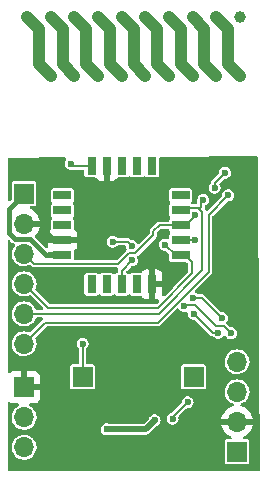
<source format=gbr>
%TF.GenerationSoftware,KiCad,Pcbnew,6.0.11-2627ca5db0~126~ubuntu22.04.1*%
%TF.CreationDate,2024-01-15T10:06:42+01:00*%
%TF.ProjectId,HB_Stamp_ATMega1284P_FUEL4EP,48425f53-7461-46d7-905f-41544d656761,1.1*%
%TF.SameCoordinates,Original*%
%TF.FileFunction,Copper,L2,Bot*%
%TF.FilePolarity,Positive*%
%FSLAX46Y46*%
G04 Gerber Fmt 4.6, Leading zero omitted, Abs format (unit mm)*
G04 Created by KiCad (PCBNEW 6.0.11-2627ca5db0~126~ubuntu22.04.1) date 2024-01-15 10:06:42*
%MOMM*%
%LPD*%
G01*
G04 APERTURE LIST*
%TA.AperFunction,EtchedComponent*%
%ADD10C,1.000000*%
%TD*%
%TA.AperFunction,ComponentPad*%
%ADD11R,1.700000X1.700000*%
%TD*%
%TA.AperFunction,ComponentPad*%
%ADD12O,1.700000X1.700000*%
%TD*%
%TA.AperFunction,ComponentPad*%
%ADD13C,1.000000*%
%TD*%
%TA.AperFunction,SMDPad,CuDef*%
%ADD14R,1.500000X0.800000*%
%TD*%
%TA.AperFunction,SMDPad,CuDef*%
%ADD15R,0.800000X1.500000*%
%TD*%
%TA.AperFunction,SMDPad,CuDef*%
%ADD16R,1.700000X1.700000*%
%TD*%
%TA.AperFunction,SMDPad,CuDef*%
%ADD17O,1.700000X1.700000*%
%TD*%
%TA.AperFunction,ViaPad*%
%ADD18C,0.600000*%
%TD*%
%TA.AperFunction,Conductor*%
%ADD19C,0.500000*%
%TD*%
%TA.AperFunction,Conductor*%
%ADD20C,0.200000*%
%TD*%
%TA.AperFunction,Conductor*%
%ADD21C,0.400000*%
%TD*%
G04 APERTURE END LIST*
D10*
%TO.C,AE1*%
X5049000Y37861500D02*
X5049000Y34861500D01*
X9049000Y37861500D02*
X9049000Y34861500D01*
X3049000Y34861500D02*
X4049000Y33861500D01*
X11049000Y34861500D02*
X12049000Y33861500D01*
X15049000Y37861500D02*
X15049000Y34861500D01*
X8049000Y38861500D02*
X9049000Y37861500D01*
X9049000Y34861500D02*
X10049000Y33861500D01*
X6049000Y38861500D02*
X7049000Y37861500D01*
X2049000Y38861500D02*
X3049000Y37861500D01*
X14049000Y38861500D02*
X15049000Y37861500D01*
X10049000Y38861500D02*
X11049000Y37861500D01*
X11049000Y37861500D02*
X11049000Y34861500D01*
X4049000Y38861500D02*
X5049000Y37861500D01*
X17049000Y37861500D02*
X17049000Y34861500D01*
X7049000Y37861500D02*
X7049000Y34861500D01*
X16049000Y38861500D02*
X17049000Y37861500D01*
X5049000Y34861500D02*
X6049000Y33861500D01*
X17049000Y34861500D02*
X18049000Y33861500D01*
X13049000Y34861500D02*
X14049000Y33861500D01*
X13049000Y37861500D02*
X13049000Y34861500D01*
X19049000Y37861500D02*
X19049000Y34861500D01*
X18049000Y38861500D02*
X19049000Y37861500D01*
X7049000Y34861500D02*
X8049000Y33861500D01*
X19049000Y34861500D02*
X20049000Y33861500D01*
X3049000Y37861500D02*
X3049000Y34861500D01*
X15049000Y34861500D02*
X16049000Y33861500D01*
X12049000Y38861500D02*
X13049000Y37861500D01*
%TD*%
D11*
%TO.P,J1,1,Pin_1*%
%TO.N,GND*%
X1778000Y7493000D03*
D12*
%TO.P,J1,2,Pin_2*%
%TO.N,VCC*%
X1778000Y4953000D03*
%TO.P,J1,3,Pin_3*%
%TO.N,/plusBAT*%
X1778000Y2413000D03*
%TD*%
D13*
%TO.P,AE1,*%
%TO.N,*%
X6049000Y38861500D03*
X18049000Y33861500D03*
X8049000Y38861500D03*
X16049000Y38861500D03*
X8049000Y33861500D03*
X12049000Y33861500D03*
X14049000Y33861500D03*
X20049000Y38861500D03*
X20049000Y33861500D03*
X10049000Y38861500D03*
X16049000Y33861500D03*
X4049000Y38861500D03*
X6049000Y33861500D03*
X2049000Y38861500D03*
X10049000Y33861500D03*
X4049000Y33861500D03*
X14049000Y38861500D03*
X18049000Y38861500D03*
X12049000Y38861500D03*
%TD*%
D11*
%TO.P,J7,1,Pin_1*%
%TO.N,Net-(J7-Pad1)*%
X6731000Y8382000D03*
%TD*%
%TO.P,J4,1,Pin_1*%
%TO.N,/VDDA*%
X19812000Y2032000D03*
D12*
%TO.P,J4,2,Pin_2*%
%TO.N,GND*%
X19812000Y4572000D03*
%TO.P,J4,3,Pin_3*%
%TO.N,/SCL*%
X19812000Y7112000D03*
%TO.P,J4,4,Pin_4*%
%TO.N,/SDA*%
X19812000Y9652000D03*
%TD*%
D11*
%TO.P,J5,1,Pin_1*%
%TO.N,Net-(J5-Pad1)*%
X16129000Y8382000D03*
%TD*%
D14*
%TO.P,Module1,1A,SCK*%
%TO.N,/SCK*%
X15033000Y18669000D03*
D15*
%TO.P,Module1,1B,ANT*%
%TO.N,/ANT*%
X7493000Y26209000D03*
D14*
%TO.P,Module1,1C,VCC*%
%TO.N,VCC*%
X5033000Y18669000D03*
D15*
%TO.P,Module1,1D,GD02*%
%TO.N,unconnected-(Module1-Pad1D)*%
X7493000Y16209000D03*
D14*
%TO.P,Module1,2A,~{CSN}*%
%TO.N,/SS*%
X15033000Y19939000D03*
D15*
%TO.P,Module1,2B,GND*%
%TO.N,GND*%
X8763000Y26209000D03*
D14*
%TO.P,Module1,2C,GND*%
X5033000Y19939000D03*
D15*
%TO.P,Module1,2D,NC*%
%TO.N,unconnected-(Module1-Pad2D)*%
X8763000Y16209000D03*
D14*
%TO.P,Module1,3A,MOSI*%
%TO.N,/MOSI*%
X15033000Y21209000D03*
D15*
%TO.P,Module1,3B,NC*%
%TO.N,unconnected-(Module1-Pad3B)*%
X10033000Y26209000D03*
D14*
%TO.P,Module1,3C,NC*%
%TO.N,unconnected-(Module1-Pad3C)*%
X5033000Y21209000D03*
D15*
%TO.P,Module1,3D,GD00*%
%TO.N,/D2*%
X10033000Y16209000D03*
D14*
%TO.P,Module1,4A,MISO/GD01*%
%TO.N,/MISO*%
X15033000Y22479000D03*
D15*
%TO.P,Module1,4B,NC*%
%TO.N,unconnected-(Module1-Pad4B)*%
X11303000Y26209000D03*
D14*
%TO.P,Module1,4C,NC*%
%TO.N,unconnected-(Module1-Pad4C)*%
X5033000Y22479000D03*
D15*
%TO.P,Module1,4D,NC*%
%TO.N,unconnected-(Module1-Pad4D)*%
X11303000Y16209000D03*
D14*
%TO.P,Module1,5A,NC*%
%TO.N,unconnected-(Module1-Pad5A)*%
X15033000Y23749000D03*
D15*
%TO.P,Module1,5B,NC*%
%TO.N,unconnected-(Module1-Pad5B)*%
X12573000Y26209000D03*
D14*
%TO.P,Module1,5C,NC*%
%TO.N,unconnected-(Module1-Pad5C)*%
X5033000Y23749000D03*
D15*
%TO.P,Module1,5D,GND*%
%TO.N,GND*%
X12573000Y16209000D03*
%TD*%
D16*
%TO.P,J3,1,Pin_1*%
%TO.N,VCC*%
X1778000Y23876000D03*
D17*
%TO.P,J3,2,Pin_2*%
%TO.N,GND*%
X1778000Y21336000D03*
%TO.P,J3,3,Pin_3*%
%TO.N,/MOSI*%
X1778000Y18796000D03*
%TO.P,J3,4,Pin_4*%
%TO.N,/SCK*%
X1778000Y16256000D03*
%TO.P,J3,5,Pin_5*%
%TO.N,/MISO*%
X1778000Y13716000D03*
%TO.P,J3,6,Pin_6*%
%TO.N,/RSETB*%
X1778000Y11176000D03*
%TD*%
D18*
%TO.N,GND*%
X18131000Y732000D03*
X11578977Y20171023D03*
X12943781Y10146292D03*
X3683000Y20701000D03*
X12700000Y8382000D03*
X12192000Y18796000D03*
X19431000Y19177000D03*
X2413000Y25527000D03*
X18034000Y3810000D03*
X6350000Y23622000D03*
X4445000Y16256000D03*
X12700000Y7239000D03*
X11049000Y22352000D03*
%TO.N,/SS*%
X16256000Y19939000D03*
%TO.N,/D2*%
X10922814Y18232000D03*
X10922000Y19431000D03*
X9271000Y19812000D03*
%TO.N,/SCL*%
X16044911Y15070089D03*
X18542000Y13335000D03*
%TO.N,/SDA*%
X15346411Y14371589D03*
X19304000Y12065000D03*
%TO.N,/MOSI*%
X16282502Y22098000D03*
%TO.N,/SCK*%
X13716000Y19558000D03*
%TO.N,/MISO*%
X16964502Y23368000D03*
%TO.N,VCC*%
X4064001Y18668999D03*
%TO.N,/plusBAT*%
X14351000Y4826000D03*
X15621000Y6223000D03*
X12828000Y4700000D03*
X8763000Y3937000D03*
%TO.N,/CONFIG*%
X18229662Y12100500D03*
X16129000Y13716000D03*
%TO.N,/RSETB*%
X19059500Y23758500D03*
%TO.N,Net-(J6-Pad1)*%
X18796000Y25654000D03*
X17907000Y24384000D03*
%TO.N,Net-(J7-Pad1)*%
X6731000Y11176000D03*
%TO.N,/ANT*%
X5715000Y26416000D03*
%TD*%
D19*
%TO.N,GND*%
X5033000Y19939000D02*
X4253000Y19939000D01*
X4253000Y19939000D02*
X3683000Y20509000D01*
X3683000Y20509000D02*
X3683000Y20701000D01*
D20*
%TO.N,/SS*%
X15033000Y19939000D02*
X16256000Y19939000D01*
%TO.N,/D2*%
X10541000Y19812000D02*
X10922000Y19431000D01*
X10033000Y16209000D02*
X10033000Y17342186D01*
X10033000Y17342186D02*
X10922814Y18232000D01*
X9271000Y19812000D02*
X10541000Y19812000D01*
%TO.N,/SCL*%
X18542000Y13335000D02*
X16806911Y15070089D01*
X16806911Y15070089D02*
X16044911Y15070089D01*
%TO.N,/SDA*%
X16263411Y14470589D02*
X15445411Y14470589D01*
X16263411Y14470589D02*
X18034000Y12700000D01*
X15445411Y14470589D02*
X15346411Y14371589D01*
X19304000Y12065000D02*
X18669000Y12700000D01*
X18669000Y12700000D02*
X18034000Y12700000D01*
%TO.N,/MOSI*%
X9732178Y17946000D02*
X10645678Y18859500D01*
X10673678Y18831500D02*
X11170322Y18831500D01*
X10645678Y18859500D02*
X10673678Y18831500D01*
X2628000Y17946000D02*
X9732178Y17946000D01*
X12735500Y20695322D02*
X12735500Y20396678D01*
X13249178Y21209000D02*
X15033000Y21209000D01*
X16256000Y22098000D02*
X16282502Y22098000D01*
X11170322Y18831500D02*
X12735500Y20396678D01*
X12735500Y20695322D02*
X13249178Y21209000D01*
X16256000Y21952000D02*
X16256000Y22098000D01*
X1778000Y18796000D02*
X2628000Y17946000D01*
X15513000Y21209000D02*
X16256000Y21952000D01*
%TO.N,/SCK*%
X3810000Y14224000D02*
X13081000Y14224000D01*
X13716000Y19558000D02*
X14605000Y18669000D01*
X13081000Y14224000D02*
X15983000Y17126000D01*
X1778000Y16256000D02*
X3810000Y14224000D01*
X15983000Y17126000D02*
X15983000Y18069000D01*
X15983000Y18069000D02*
X15383000Y18669000D01*
%TO.N,/MISO*%
X16882002Y22346322D02*
X16882002Y17390002D01*
X15251500Y22697500D02*
X16530824Y22697500D01*
X16764000Y23368000D02*
X16964502Y23368000D01*
X16764000Y22733000D02*
X16764000Y23368000D01*
X16530824Y22697500D02*
X16629662Y22598662D01*
X13208000Y13716000D02*
X1778000Y13716000D01*
X16629662Y22598662D02*
X16764000Y22733000D01*
X16629662Y22598662D02*
X16882002Y22346322D01*
X16882002Y17390002D02*
X13208000Y13716000D01*
D21*
%TO.N,VCC*%
X3672768Y18668999D02*
X4064001Y18668999D01*
X2275767Y20066000D02*
X3672768Y18668999D01*
X1016000Y20066000D02*
X2275767Y20066000D01*
D19*
X5033000Y18669000D02*
X4064001Y18668999D01*
D21*
X1016000Y20066000D02*
X528000Y20554000D01*
X528000Y20554000D02*
X528000Y22626000D01*
X528000Y22626000D02*
X1778000Y23876000D01*
D19*
%TO.N,/plusBAT*%
X8763000Y3937000D02*
X12065000Y3937000D01*
D20*
X14351000Y4953000D02*
X14351000Y4826000D01*
X15621000Y6223000D02*
X14351000Y4953000D01*
D19*
X12065000Y3937000D02*
X12828000Y4700000D01*
D20*
%TO.N,/CONFIG*%
X16129000Y13716000D02*
X17744500Y12100500D01*
X17744500Y12100500D02*
X18229662Y12100500D01*
%TO.N,/RSETB*%
X3556000Y12954000D02*
X13081000Y12954000D01*
X1778000Y11176000D02*
X3556000Y12954000D01*
X17399000Y22098000D02*
X19059500Y23758500D01*
X13081000Y12954000D02*
X17399000Y17272000D01*
X17399000Y17272000D02*
X17399000Y22098000D01*
%TO.N,Net-(J6-Pad1)*%
X18796000Y25654000D02*
X17907000Y24765000D01*
X17907000Y24765000D02*
X17907000Y24384000D01*
%TO.N,Net-(J7-Pad1)*%
X6731000Y11176000D02*
X6731000Y8382000D01*
%TO.N,/ANT*%
X5922000Y26209000D02*
X5715000Y26416000D01*
X7493000Y26209000D02*
X5922000Y26209000D01*
%TD*%
%TA.AperFunction,Conductor*%
%TO.N,GND*%
G36*
X21532087Y27030651D02*
G01*
X21578900Y26977275D01*
X21590601Y26924848D01*
X21670900Y10061965D01*
X21716397Y507600D01*
X21696719Y439385D01*
X21643285Y392637D01*
X21590398Y381000D01*
X507000Y381000D01*
X438879Y401002D01*
X392386Y454658D01*
X381000Y507000D01*
X381000Y2427738D01*
X722520Y2427738D01*
X739759Y2222447D01*
X796544Y2024414D01*
X799359Y2018937D01*
X799360Y2018934D01*
X820247Y1978293D01*
X890712Y1841182D01*
X1018677Y1679730D01*
X1175564Y1546209D01*
X1355398Y1445703D01*
X1450238Y1414887D01*
X1545471Y1383944D01*
X1545475Y1383943D01*
X1551329Y1382041D01*
X1755894Y1357649D01*
X1762029Y1358121D01*
X1762031Y1358121D01*
X1818039Y1362431D01*
X1961300Y1373454D01*
X1967230Y1375110D01*
X1967232Y1375110D01*
X2153797Y1427200D01*
X2153796Y1427200D01*
X2159725Y1428855D01*
X2165214Y1431628D01*
X2165220Y1431630D01*
X2338116Y1518967D01*
X2343610Y1521742D01*
X2505951Y1648576D01*
X2640564Y1804528D01*
X2661387Y1841182D01*
X2739276Y1978293D01*
X2742323Y1983656D01*
X2807351Y2179137D01*
X2833171Y2383526D01*
X2833583Y2413000D01*
X2813480Y2618030D01*
X2753935Y2815251D01*
X2657218Y2997151D01*
X2571296Y3102502D01*
X2530906Y3152025D01*
X2530903Y3152028D01*
X2527011Y3156800D01*
X2454833Y3216511D01*
X2373025Y3284189D01*
X2373021Y3284191D01*
X2368275Y3288118D01*
X2187055Y3386103D01*
X1990254Y3447023D01*
X1984129Y3447667D01*
X1984128Y3447667D01*
X1791498Y3467913D01*
X1791496Y3467913D01*
X1785369Y3468557D01*
X1698529Y3460654D01*
X1586342Y3450445D01*
X1586339Y3450444D01*
X1580203Y3449886D01*
X1382572Y3391720D01*
X1200002Y3296274D01*
X1195201Y3292414D01*
X1195198Y3292412D01*
X1100796Y3216511D01*
X1039447Y3167185D01*
X907024Y3009370D01*
X904056Y3003972D01*
X904053Y3003967D01*
X873319Y2948061D01*
X807776Y2828838D01*
X745484Y2632468D01*
X744798Y2626351D01*
X744797Y2626347D01*
X723207Y2433863D01*
X722520Y2427738D01*
X381000Y2427738D01*
X381000Y6166178D01*
X401002Y6234299D01*
X454658Y6280792D01*
X524932Y6290896D01*
X582565Y6267004D01*
X674351Y6198214D01*
X689946Y6189676D01*
X810394Y6144522D01*
X825649Y6140895D01*
X876514Y6135369D01*
X883328Y6135000D01*
X1258432Y6135000D01*
X1326553Y6114998D01*
X1373046Y6061342D01*
X1383150Y5991068D01*
X1353656Y5926488D01*
X1316812Y5897341D01*
X1200002Y5836274D01*
X1195201Y5832414D01*
X1195198Y5832412D01*
X1055259Y5719898D01*
X1039447Y5707185D01*
X907024Y5549370D01*
X904056Y5543972D01*
X904053Y5543967D01*
X897315Y5531710D01*
X807776Y5368838D01*
X745484Y5172468D01*
X744798Y5166351D01*
X744797Y5166347D01*
X724382Y4984341D01*
X722520Y4967738D01*
X723036Y4961594D01*
X735460Y4813646D01*
X739759Y4762447D01*
X796544Y4564414D01*
X799359Y4558937D01*
X799360Y4558934D01*
X875597Y4410593D01*
X890712Y4381182D01*
X1018677Y4219730D01*
X1175564Y4086209D01*
X1355398Y3985703D01*
X1450238Y3954887D01*
X1545471Y3923944D01*
X1545475Y3923943D01*
X1551329Y3922041D01*
X1755894Y3897649D01*
X1762029Y3898121D01*
X1762031Y3898121D01*
X1818039Y3902431D01*
X1961300Y3913454D01*
X1967230Y3915110D01*
X1967232Y3915110D01*
X2067756Y3943177D01*
X8257391Y3943177D01*
X8258555Y3934275D01*
X8258555Y3934272D01*
X8261339Y3912982D01*
X8275980Y3801021D01*
X8333720Y3669797D01*
X8339497Y3662924D01*
X8339498Y3662923D01*
X8382539Y3611719D01*
X8425970Y3560052D01*
X8433447Y3555075D01*
X8536465Y3486500D01*
X8545313Y3480610D01*
X8682157Y3437858D01*
X8691129Y3437694D01*
X8691132Y3437693D01*
X8756463Y3436496D01*
X8825499Y3435230D01*
X8834533Y3437693D01*
X8955155Y3470578D01*
X8955158Y3470579D01*
X8963817Y3472940D01*
X8969546Y3476458D01*
X9018042Y3486500D01*
X12030780Y3486500D01*
X12045589Y3485627D01*
X12079310Y3481636D01*
X12088574Y3483328D01*
X12088575Y3483328D01*
X12137001Y3492172D01*
X12140904Y3492822D01*
X12189645Y3500150D01*
X12189646Y3500150D01*
X12198962Y3501551D01*
X12205475Y3504679D01*
X12212573Y3505975D01*
X12264647Y3533025D01*
X12268137Y3534768D01*
X12321079Y3560191D01*
X12326365Y3565077D01*
X12326413Y3565110D01*
X12332788Y3568421D01*
X12337828Y3572725D01*
X12375055Y3609952D01*
X12378621Y3613382D01*
X12413641Y3645754D01*
X12420556Y3652146D01*
X12424249Y3658505D01*
X12429766Y3664663D01*
X12966968Y4201865D01*
X13012634Y4228363D01*
X13011919Y4230015D01*
X13020153Y4233578D01*
X13028817Y4235940D01*
X13036467Y4240637D01*
X13036469Y4240638D01*
X13079789Y4267237D01*
X13139719Y4304034D01*
X18480257Y4304034D01*
X18510565Y4169554D01*
X18513645Y4159725D01*
X18593770Y3962397D01*
X18598413Y3953206D01*
X18709694Y3771612D01*
X18715777Y3763301D01*
X18855213Y3602333D01*
X18862580Y3595117D01*
X19026434Y3459084D01*
X19034881Y3453169D01*
X19218756Y3345721D01*
X19228043Y3341271D01*
X19267484Y3326210D01*
X19323987Y3283222D01*
X19348280Y3216511D01*
X19332650Y3147257D01*
X19282059Y3097446D01*
X19222535Y3082500D01*
X18942252Y3082500D01*
X18936184Y3081293D01*
X18895939Y3073288D01*
X18895938Y3073288D01*
X18883769Y3070867D01*
X18817448Y3026552D01*
X18773133Y2960231D01*
X18761500Y2901748D01*
X18761500Y1162252D01*
X18773133Y1103769D01*
X18817448Y1037448D01*
X18883769Y993133D01*
X18895938Y990712D01*
X18895939Y990712D01*
X18936184Y982707D01*
X18942252Y981500D01*
X20681748Y981500D01*
X20687816Y982707D01*
X20728061Y990712D01*
X20728062Y990712D01*
X20740231Y993133D01*
X20806552Y1037448D01*
X20850867Y1103769D01*
X20862500Y1162252D01*
X20862500Y2901748D01*
X20850867Y2960231D01*
X20806552Y3026552D01*
X20740231Y3070867D01*
X20728062Y3073288D01*
X20728061Y3073288D01*
X20687816Y3081293D01*
X20681748Y3082500D01*
X20402107Y3082500D01*
X20333986Y3102502D01*
X20287493Y3156158D01*
X20277389Y3226432D01*
X20306883Y3291012D01*
X20346675Y3321651D01*
X20505090Y3399258D01*
X20513945Y3404536D01*
X20687328Y3528208D01*
X20695200Y3534861D01*
X20846052Y3685188D01*
X20852730Y3693035D01*
X20977003Y3865980D01*
X20982313Y3874817D01*
X21076670Y4065733D01*
X21080469Y4075328D01*
X21142377Y4279090D01*
X21144555Y4289163D01*
X21145986Y4300038D01*
X21143775Y4314222D01*
X21130617Y4318000D01*
X18495225Y4318000D01*
X18481694Y4314027D01*
X18480257Y4304034D01*
X13139719Y4304034D01*
X13150991Y4310955D01*
X13247200Y4417246D01*
X13309710Y4546267D01*
X13333496Y4687646D01*
X13333647Y4700000D01*
X13316676Y4818507D01*
X13314718Y4832177D01*
X13845391Y4832177D01*
X13846555Y4823275D01*
X13846555Y4823272D01*
X13847814Y4813646D01*
X13863980Y4690021D01*
X13921720Y4558797D01*
X13927497Y4551924D01*
X13927498Y4551923D01*
X13934792Y4543246D01*
X14013970Y4449052D01*
X14133313Y4369610D01*
X14270157Y4326858D01*
X14279129Y4326694D01*
X14279132Y4326693D01*
X14344463Y4325496D01*
X14413499Y4324230D01*
X14422533Y4326693D01*
X14543158Y4359579D01*
X14543160Y4359580D01*
X14551817Y4361940D01*
X14673991Y4436955D01*
X14770200Y4543246D01*
X14832710Y4672267D01*
X14856496Y4813646D01*
X14856647Y4826000D01*
X14854955Y4837817D01*
X18476389Y4837817D01*
X18477912Y4829393D01*
X18490292Y4826000D01*
X21130344Y4826000D01*
X21143875Y4829973D01*
X21145180Y4839053D01*
X21103214Y5006125D01*
X21099894Y5015876D01*
X21014972Y5211186D01*
X21010105Y5220261D01*
X20894426Y5399074D01*
X20888136Y5407243D01*
X20744806Y5564760D01*
X20737273Y5571785D01*
X20570139Y5703778D01*
X20561552Y5709483D01*
X20375117Y5812401D01*
X20365705Y5816631D01*
X20174031Y5884507D01*
X20116495Y5926101D01*
X20090579Y5992199D01*
X20104513Y6061815D01*
X20153872Y6112846D01*
X20182206Y6124638D01*
X20187790Y6126197D01*
X20187799Y6126200D01*
X20193725Y6127855D01*
X20199214Y6130628D01*
X20199220Y6130630D01*
X20372116Y6217967D01*
X20377610Y6220742D01*
X20386665Y6227816D01*
X20462770Y6287276D01*
X20539951Y6347576D01*
X20560030Y6370837D01*
X20670540Y6498866D01*
X20670540Y6498867D01*
X20674564Y6503528D01*
X20695387Y6540182D01*
X20728418Y6598328D01*
X20776323Y6682656D01*
X20841351Y6878137D01*
X20867171Y7082526D01*
X20867583Y7112000D01*
X20847480Y7317030D01*
X20787935Y7514251D01*
X20691218Y7696151D01*
X20617859Y7786098D01*
X20564906Y7851025D01*
X20564903Y7851028D01*
X20561011Y7855800D01*
X20543786Y7870050D01*
X20407025Y7983189D01*
X20407021Y7983191D01*
X20402275Y7987118D01*
X20221055Y8085103D01*
X20024254Y8146023D01*
X20018129Y8146667D01*
X20018128Y8146667D01*
X19825498Y8166913D01*
X19825496Y8166913D01*
X19819369Y8167557D01*
X19732529Y8159654D01*
X19620342Y8149445D01*
X19620339Y8149444D01*
X19614203Y8148886D01*
X19416572Y8090720D01*
X19234002Y7995274D01*
X19229201Y7991414D01*
X19229198Y7991412D01*
X19218971Y7983189D01*
X19073447Y7866185D01*
X18941024Y7708370D01*
X18938056Y7702972D01*
X18938053Y7702967D01*
X18931315Y7690710D01*
X18841776Y7527838D01*
X18779484Y7331468D01*
X18778798Y7325351D01*
X18778797Y7325347D01*
X18767080Y7220885D01*
X18756520Y7126738D01*
X18773759Y6921447D01*
X18830544Y6723414D01*
X18833359Y6717937D01*
X18833360Y6717934D01*
X18894829Y6598328D01*
X18924712Y6540182D01*
X19052677Y6378730D01*
X19057370Y6374736D01*
X19057371Y6374735D01*
X19059308Y6373087D01*
X19209564Y6245209D01*
X19214942Y6242203D01*
X19214944Y6242202D01*
X19299481Y6194956D01*
X19389398Y6144703D01*
X19454437Y6123571D01*
X19513042Y6083498D01*
X19540680Y6018102D01*
X19528574Y5948145D01*
X19480568Y5895838D01*
X19454646Y5883973D01*
X19288868Y5829788D01*
X19279359Y5825791D01*
X19090463Y5727458D01*
X19081738Y5721964D01*
X18911433Y5594095D01*
X18903726Y5587252D01*
X18756590Y5433283D01*
X18750104Y5425273D01*
X18630098Y5249351D01*
X18625000Y5240377D01*
X18535338Y5047217D01*
X18531775Y5037530D01*
X18476389Y4837817D01*
X14854955Y4837817D01*
X14839566Y4945270D01*
X14849708Y5015537D01*
X14875198Y5052227D01*
X15185937Y5362965D01*
X15508845Y5685873D01*
X15571157Y5719898D01*
X15600249Y5722756D01*
X15635688Y5722107D01*
X15683499Y5721230D01*
X15692163Y5723592D01*
X15813158Y5756579D01*
X15813160Y5756580D01*
X15821817Y5758940D01*
X15943991Y5833955D01*
X16040200Y5940246D01*
X16102710Y6069267D01*
X16126496Y6210646D01*
X16126572Y6216864D01*
X16126588Y6218141D01*
X16126588Y6218146D01*
X16126647Y6223000D01*
X16116924Y6290896D01*
X16107596Y6356032D01*
X16107595Y6356035D01*
X16106323Y6364918D01*
X16046984Y6495428D01*
X16021164Y6525394D01*
X15959260Y6597237D01*
X15959257Y6597240D01*
X15953400Y6604037D01*
X15833095Y6682015D01*
X15695739Y6723093D01*
X15686763Y6723148D01*
X15686762Y6723148D01*
X15626555Y6723516D01*
X15552376Y6723969D01*
X15414529Y6684572D01*
X15293280Y6608070D01*
X15198377Y6500612D01*
X15137447Y6370837D01*
X15128210Y6311510D01*
X15117419Y6242202D01*
X15115391Y6229177D01*
X15117179Y6215507D01*
X15117383Y6213948D01*
X15106384Y6143808D01*
X15081542Y6108513D01*
X14330134Y5357105D01*
X14275664Y5325051D01*
X14199930Y5303406D01*
X14144529Y5287572D01*
X14023280Y5211070D01*
X14017338Y5204342D01*
X14017337Y5204341D01*
X14012180Y5198502D01*
X13928377Y5103612D01*
X13867447Y4973837D01*
X13862999Y4945268D01*
X13846908Y4841918D01*
X13845391Y4832177D01*
X13314718Y4832177D01*
X13314596Y4833032D01*
X13314595Y4833035D01*
X13313323Y4841918D01*
X13305736Y4858606D01*
X13276218Y4923526D01*
X13253984Y4972428D01*
X13216547Y5015876D01*
X13166260Y5074237D01*
X13166257Y5074240D01*
X13160400Y5081037D01*
X13040095Y5159015D01*
X12902739Y5200093D01*
X12893763Y5200148D01*
X12893762Y5200148D01*
X12833555Y5200516D01*
X12759376Y5200969D01*
X12621529Y5161572D01*
X12500280Y5085070D01*
X12405377Y4977612D01*
X12395468Y4956506D01*
X12358872Y4878561D01*
X12333912Y4843015D01*
X11915302Y4424405D01*
X11852990Y4390379D01*
X11826207Y4387500D01*
X9018192Y4387500D01*
X8975364Y4396916D01*
X8975095Y4396015D01*
X8837739Y4437093D01*
X8828763Y4437148D01*
X8828762Y4437148D01*
X8768555Y4437516D01*
X8694376Y4437969D01*
X8556529Y4398572D01*
X8435280Y4322070D01*
X8429338Y4315342D01*
X8429337Y4315341D01*
X8421316Y4306259D01*
X8340377Y4214612D01*
X8279447Y4084837D01*
X8276473Y4065733D01*
X8263716Y3983799D01*
X8257391Y3943177D01*
X2067756Y3943177D01*
X2153797Y3967200D01*
X2153796Y3967200D01*
X2159725Y3968855D01*
X2165214Y3971628D01*
X2165220Y3971630D01*
X2338116Y4058967D01*
X2343610Y4061742D01*
X2348719Y4065733D01*
X2501101Y4184787D01*
X2505951Y4188576D01*
X2521411Y4206486D01*
X2636540Y4339866D01*
X2636540Y4339867D01*
X2640564Y4344528D01*
X2650456Y4361940D01*
X2681874Y4417246D01*
X2742323Y4523656D01*
X2807351Y4719137D01*
X2833171Y4923526D01*
X2833583Y4953000D01*
X2813480Y5158030D01*
X2753935Y5355251D01*
X2657218Y5537151D01*
X2535923Y5685873D01*
X2530906Y5692025D01*
X2530903Y5692028D01*
X2527011Y5696800D01*
X2509786Y5711050D01*
X2373025Y5824189D01*
X2373021Y5824191D01*
X2368275Y5828118D01*
X2264973Y5883973D01*
X2238726Y5898165D01*
X2188317Y5948160D01*
X2172940Y6017471D01*
X2197476Y6084093D01*
X2254136Y6126874D01*
X2298655Y6135001D01*
X2672669Y6135001D01*
X2679490Y6135371D01*
X2730352Y6140895D01*
X2745604Y6144521D01*
X2866054Y6189676D01*
X2881649Y6198214D01*
X2983724Y6274715D01*
X2996285Y6287276D01*
X3072786Y6389351D01*
X3081324Y6404946D01*
X3126478Y6525394D01*
X3130105Y6540649D01*
X3135631Y6591514D01*
X3136000Y6598328D01*
X3136000Y7220885D01*
X3131525Y7236124D01*
X3130135Y7237329D01*
X3122452Y7239000D01*
X1650000Y7239000D01*
X1581879Y7259002D01*
X1535386Y7312658D01*
X1524000Y7365000D01*
X1524000Y7512252D01*
X5680500Y7512252D01*
X5692133Y7453769D01*
X5736448Y7387448D01*
X5802769Y7343133D01*
X5814938Y7340712D01*
X5814939Y7340712D01*
X5831887Y7337341D01*
X5861252Y7331500D01*
X7600748Y7331500D01*
X7630113Y7337341D01*
X7647061Y7340712D01*
X7647062Y7340712D01*
X7659231Y7343133D01*
X7725552Y7387448D01*
X7769867Y7453769D01*
X7781500Y7512252D01*
X15078500Y7512252D01*
X15090133Y7453769D01*
X15134448Y7387448D01*
X15200769Y7343133D01*
X15212938Y7340712D01*
X15212939Y7340712D01*
X15229887Y7337341D01*
X15259252Y7331500D01*
X16998748Y7331500D01*
X17028113Y7337341D01*
X17045061Y7340712D01*
X17045062Y7340712D01*
X17057231Y7343133D01*
X17123552Y7387448D01*
X17167867Y7453769D01*
X17179500Y7512252D01*
X17179500Y9251748D01*
X17178270Y9257934D01*
X17170288Y9298061D01*
X17170288Y9298062D01*
X17167867Y9310231D01*
X17123552Y9376552D01*
X17057231Y9420867D01*
X17045062Y9423288D01*
X17045061Y9423288D01*
X17004816Y9431293D01*
X16998748Y9432500D01*
X15259252Y9432500D01*
X15253184Y9431293D01*
X15212939Y9423288D01*
X15212938Y9423288D01*
X15200769Y9420867D01*
X15134448Y9376552D01*
X15090133Y9310231D01*
X15087712Y9298062D01*
X15087712Y9298061D01*
X15079730Y9257934D01*
X15078500Y9251748D01*
X15078500Y7512252D01*
X7781500Y7512252D01*
X7781500Y9251748D01*
X7780270Y9257934D01*
X7772288Y9298061D01*
X7772288Y9298062D01*
X7769867Y9310231D01*
X7725552Y9376552D01*
X7659231Y9420867D01*
X7647062Y9423288D01*
X7647061Y9423288D01*
X7606816Y9431293D01*
X7600748Y9432500D01*
X7157500Y9432500D01*
X7089379Y9452502D01*
X7042886Y9506158D01*
X7031500Y9558500D01*
X7031500Y9666738D01*
X18756520Y9666738D01*
X18773759Y9461447D01*
X18830544Y9263414D01*
X18833359Y9257937D01*
X18833360Y9257934D01*
X18854247Y9217293D01*
X18924712Y9080182D01*
X19052677Y8918730D01*
X19057370Y8914736D01*
X19057371Y8914735D01*
X19148179Y8837452D01*
X19209564Y8785209D01*
X19389398Y8684703D01*
X19484238Y8653887D01*
X19579471Y8622944D01*
X19579475Y8622943D01*
X19585329Y8621041D01*
X19789894Y8596649D01*
X19796029Y8597121D01*
X19796031Y8597121D01*
X19852039Y8601431D01*
X19995300Y8612454D01*
X20001230Y8614110D01*
X20001232Y8614110D01*
X20187797Y8666200D01*
X20187796Y8666200D01*
X20193725Y8667855D01*
X20199214Y8670628D01*
X20199220Y8670630D01*
X20372116Y8757967D01*
X20377610Y8760742D01*
X20539951Y8887576D01*
X20674564Y9043528D01*
X20695387Y9080182D01*
X20773276Y9217293D01*
X20776323Y9222656D01*
X20841351Y9418137D01*
X20867171Y9622526D01*
X20867583Y9652000D01*
X20847480Y9857030D01*
X20787935Y10054251D01*
X20691218Y10236151D01*
X20617859Y10326098D01*
X20564906Y10391025D01*
X20564903Y10391028D01*
X20561011Y10395800D01*
X20548458Y10406185D01*
X20407025Y10523189D01*
X20407021Y10523191D01*
X20402275Y10527118D01*
X20221055Y10625103D01*
X20024254Y10686023D01*
X20018129Y10686667D01*
X20018128Y10686667D01*
X19825498Y10706913D01*
X19825496Y10706913D01*
X19819369Y10707557D01*
X19732529Y10699654D01*
X19620342Y10689445D01*
X19620339Y10689444D01*
X19614203Y10688886D01*
X19416572Y10630720D01*
X19234002Y10535274D01*
X19229201Y10531414D01*
X19229198Y10531412D01*
X19118900Y10442730D01*
X19073447Y10406185D01*
X18941024Y10248370D01*
X18938056Y10242972D01*
X18938053Y10242967D01*
X18883818Y10144312D01*
X18841776Y10067838D01*
X18779484Y9871468D01*
X18778798Y9865351D01*
X18778797Y9865347D01*
X18757207Y9672863D01*
X18756520Y9666738D01*
X7031500Y9666738D01*
X7031500Y10713551D01*
X7051502Y10781672D01*
X7064085Y10798106D01*
X7144176Y10886589D01*
X7144181Y10886596D01*
X7150200Y10893246D01*
X7212710Y11022267D01*
X7236496Y11163646D01*
X7236647Y11176000D01*
X7216323Y11317918D01*
X7156984Y11448428D01*
X7138598Y11469766D01*
X7069260Y11550237D01*
X7069257Y11550240D01*
X7063400Y11557037D01*
X6943095Y11635015D01*
X6805739Y11676093D01*
X6796763Y11676148D01*
X6796762Y11676148D01*
X6736555Y11676516D01*
X6662376Y11676969D01*
X6524529Y11637572D01*
X6403280Y11561070D01*
X6308377Y11453612D01*
X6247447Y11323837D01*
X6246066Y11314965D01*
X6227678Y11196863D01*
X6225391Y11182177D01*
X6226555Y11173275D01*
X6226555Y11173272D01*
X6227814Y11163646D01*
X6243980Y11040021D01*
X6301720Y10908797D01*
X6307497Y10901924D01*
X6307498Y10901923D01*
X6314792Y10893246D01*
X6388689Y10805335D01*
X6393970Y10799052D01*
X6393063Y10798290D01*
X6425934Y10745347D01*
X6430500Y10711735D01*
X6430500Y9558500D01*
X6410498Y9490379D01*
X6356842Y9443886D01*
X6304500Y9432500D01*
X5861252Y9432500D01*
X5855184Y9431293D01*
X5814939Y9423288D01*
X5814938Y9423288D01*
X5802769Y9420867D01*
X5736448Y9376552D01*
X5692133Y9310231D01*
X5689712Y9298062D01*
X5689712Y9298061D01*
X5681730Y9257934D01*
X5680500Y9251748D01*
X5680500Y7512252D01*
X1524000Y7512252D01*
X1524000Y7765115D01*
X2032000Y7765115D01*
X2036475Y7749876D01*
X2037865Y7748671D01*
X2045548Y7747000D01*
X3117884Y7747000D01*
X3133123Y7751475D01*
X3134328Y7752865D01*
X3135999Y7760548D01*
X3135999Y8387669D01*
X3135629Y8394490D01*
X3130105Y8445352D01*
X3126479Y8460604D01*
X3081324Y8581054D01*
X3072786Y8596649D01*
X2996285Y8698724D01*
X2983724Y8711285D01*
X2881649Y8787786D01*
X2866054Y8796324D01*
X2745606Y8841478D01*
X2730351Y8845105D01*
X2679486Y8850631D01*
X2672672Y8851000D01*
X2050115Y8851000D01*
X2034876Y8846525D01*
X2033671Y8845135D01*
X2032000Y8837452D01*
X2032000Y7765115D01*
X1524000Y7765115D01*
X1524000Y8832884D01*
X1519525Y8848123D01*
X1518135Y8849328D01*
X1510452Y8850999D01*
X883331Y8850999D01*
X876510Y8850629D01*
X825648Y8845105D01*
X810396Y8841479D01*
X689946Y8796324D01*
X674351Y8787786D01*
X582565Y8718996D01*
X516058Y8694148D01*
X446676Y8709201D01*
X396446Y8759375D01*
X381000Y8819822D01*
X381000Y19830417D01*
X401002Y19898538D01*
X454658Y19945031D01*
X524932Y19955135D01*
X589512Y19925641D01*
X596095Y19919512D01*
X770644Y19744963D01*
X770648Y19744960D01*
X777658Y19737950D01*
X786494Y19733448D01*
X786495Y19733447D01*
X797259Y19727962D01*
X814116Y19717632D01*
X831910Y19704704D01*
X852832Y19697906D01*
X871093Y19690342D01*
X881861Y19684855D01*
X881865Y19684854D01*
X890696Y19680354D01*
X900487Y19678803D01*
X909921Y19675738D01*
X909344Y19673961D01*
X962604Y19648710D01*
X1000128Y19588440D01*
X999111Y19517450D01*
X975260Y19473690D01*
X907024Y19392370D01*
X904056Y19386972D01*
X904053Y19386967D01*
X813904Y19222984D01*
X807776Y19211838D01*
X745484Y19015468D01*
X744798Y19009351D01*
X744797Y19009347D01*
X723207Y18816863D01*
X722520Y18810738D01*
X739759Y18605447D01*
X741458Y18599522D01*
X771868Y18493471D01*
X796544Y18407414D01*
X799359Y18401937D01*
X799360Y18401934D01*
X887897Y18229659D01*
X890712Y18224182D01*
X1018677Y18062730D01*
X1023370Y18058736D01*
X1023371Y18058735D01*
X1152021Y17949246D01*
X1175564Y17929209D01*
X1180942Y17926203D01*
X1180944Y17926202D01*
X1241535Y17892339D01*
X1355398Y17828703D01*
X1450238Y17797887D01*
X1545471Y17766944D01*
X1545475Y17766943D01*
X1551329Y17765041D01*
X1755894Y17740649D01*
X1762029Y17741121D01*
X1762031Y17741121D01*
X1818039Y17745431D01*
X1961300Y17756454D01*
X1967230Y17758110D01*
X1967232Y17758110D01*
X2142028Y17806914D01*
X2159725Y17811855D01*
X2196211Y17830285D01*
X2266031Y17843145D01*
X2331722Y17816216D01*
X2342115Y17806914D01*
X2378481Y17770548D01*
X2380237Y17768514D01*
X2382575Y17763731D01*
X2391104Y17755819D01*
X2391105Y17755818D01*
X2418477Y17730427D01*
X2421882Y17727147D01*
X2435277Y17713752D01*
X2439247Y17711028D01*
X2441895Y17708703D01*
X2449428Y17701715D01*
X2464646Y17687599D01*
X2475453Y17683287D01*
X2479438Y17680768D01*
X2490247Y17674996D01*
X2494552Y17673089D01*
X2504146Y17666507D01*
X2528099Y17660823D01*
X2528136Y17660814D01*
X2545732Y17655249D01*
X2568622Y17646117D01*
X2574915Y17645500D01*
X2577997Y17645500D01*
X2581067Y17645350D01*
X2581056Y17645134D01*
X2592431Y17643802D01*
X2601745Y17643347D01*
X2613066Y17640660D01*
X2624595Y17642229D01*
X2624596Y17642229D01*
X2640173Y17644349D01*
X2657164Y17645500D01*
X9641711Y17645500D01*
X9709832Y17625498D01*
X9756325Y17571842D01*
X9766429Y17501568D01*
X9758166Y17472830D01*
X9753508Y17466040D01*
X9750822Y17454721D01*
X9750821Y17454719D01*
X9747817Y17442059D01*
X9742252Y17424462D01*
X9736412Y17409824D01*
X9733117Y17401564D01*
X9732500Y17395271D01*
X9732500Y17392192D01*
X9732350Y17389119D01*
X9732134Y17389130D01*
X9730802Y17377755D01*
X9730346Y17368440D01*
X9727660Y17357120D01*
X9729229Y17345591D01*
X9729229Y17345590D01*
X9731349Y17330013D01*
X9732500Y17313022D01*
X9732500Y17284835D01*
X9712498Y17216714D01*
X9658842Y17170221D01*
X9619065Y17159500D01*
X9613252Y17159500D01*
X9607184Y17158293D01*
X9566939Y17150288D01*
X9566938Y17150288D01*
X9554769Y17147867D01*
X9488448Y17103552D01*
X9484202Y17097197D01*
X9424783Y17064751D01*
X9353968Y17069816D01*
X9312126Y17096707D01*
X9307552Y17103552D01*
X9241231Y17147867D01*
X9229062Y17150288D01*
X9229061Y17150288D01*
X9188816Y17158293D01*
X9182748Y17159500D01*
X8343252Y17159500D01*
X8337184Y17158293D01*
X8296939Y17150288D01*
X8296938Y17150288D01*
X8284769Y17147867D01*
X8218448Y17103552D01*
X8214202Y17097197D01*
X8154783Y17064751D01*
X8083968Y17069816D01*
X8042126Y17096707D01*
X8037552Y17103552D01*
X7971231Y17147867D01*
X7959062Y17150288D01*
X7959061Y17150288D01*
X7918816Y17158293D01*
X7912748Y17159500D01*
X7073252Y17159500D01*
X7067184Y17158293D01*
X7026939Y17150288D01*
X7026938Y17150288D01*
X7014769Y17147867D01*
X6948448Y17103552D01*
X6904133Y17037231D01*
X6901712Y17025062D01*
X6901712Y17025061D01*
X6895738Y16995025D01*
X6892500Y16978748D01*
X6892500Y15439252D01*
X6904133Y15380769D01*
X6948448Y15314448D01*
X7014769Y15270133D01*
X7026938Y15267712D01*
X7026939Y15267712D01*
X7067184Y15259707D01*
X7073252Y15258500D01*
X7912748Y15258500D01*
X7918816Y15259707D01*
X7959061Y15267712D01*
X7959062Y15267712D01*
X7971231Y15270133D01*
X8037552Y15314448D01*
X8041798Y15320803D01*
X8101217Y15353249D01*
X8172032Y15348184D01*
X8213874Y15321293D01*
X8218448Y15314448D01*
X8284769Y15270133D01*
X8296938Y15267712D01*
X8296939Y15267712D01*
X8337184Y15259707D01*
X8343252Y15258500D01*
X9182748Y15258500D01*
X9188816Y15259707D01*
X9229061Y15267712D01*
X9229062Y15267712D01*
X9241231Y15270133D01*
X9307552Y15314448D01*
X9311798Y15320803D01*
X9371217Y15353249D01*
X9442032Y15348184D01*
X9483874Y15321293D01*
X9488448Y15314448D01*
X9554769Y15270133D01*
X9566938Y15267712D01*
X9566939Y15267712D01*
X9607184Y15259707D01*
X9613252Y15258500D01*
X10452748Y15258500D01*
X10458816Y15259707D01*
X10499061Y15267712D01*
X10499062Y15267712D01*
X10511231Y15270133D01*
X10577552Y15314448D01*
X10581798Y15320803D01*
X10641217Y15353249D01*
X10712032Y15348184D01*
X10753874Y15321293D01*
X10758448Y15314448D01*
X10824769Y15270133D01*
X10836938Y15267712D01*
X10836939Y15267712D01*
X10877184Y15259707D01*
X10883252Y15258500D01*
X11625354Y15258500D01*
X11693475Y15238498D01*
X11726180Y15208065D01*
X11804715Y15103276D01*
X11817276Y15090715D01*
X11919351Y15014214D01*
X11934946Y15005676D01*
X12055394Y14960522D01*
X12070649Y14956895D01*
X12121514Y14951369D01*
X12128328Y14951000D01*
X12300885Y14951000D01*
X12316124Y14955475D01*
X12317329Y14956865D01*
X12319000Y14964548D01*
X12319000Y16481115D01*
X12827000Y16481115D01*
X12831475Y16465876D01*
X12832865Y16464671D01*
X12840548Y16463000D01*
X13462884Y16463000D01*
X13478123Y16467475D01*
X13479328Y16468865D01*
X13480999Y16476548D01*
X13480999Y17003669D01*
X13480629Y17010490D01*
X13475105Y17061352D01*
X13471479Y17076604D01*
X13426324Y17197054D01*
X13417786Y17212649D01*
X13341285Y17314724D01*
X13328724Y17327285D01*
X13226649Y17403786D01*
X13211054Y17412324D01*
X13090606Y17457478D01*
X13075351Y17461105D01*
X13024486Y17466631D01*
X13017672Y17467000D01*
X12845115Y17467000D01*
X12829876Y17462525D01*
X12828671Y17461135D01*
X12827000Y17453452D01*
X12827000Y16481115D01*
X12319000Y16481115D01*
X12319000Y17448884D01*
X12314525Y17464123D01*
X12313135Y17465328D01*
X12305452Y17466999D01*
X12128331Y17466999D01*
X12121510Y17466629D01*
X12070648Y17461105D01*
X12055396Y17457479D01*
X11934946Y17412324D01*
X11919351Y17403786D01*
X11817276Y17327285D01*
X11804715Y17314724D01*
X11726180Y17209935D01*
X11669321Y17167420D01*
X11625354Y17159500D01*
X10883252Y17159500D01*
X10877184Y17158293D01*
X10836939Y17150288D01*
X10836938Y17150288D01*
X10824769Y17147867D01*
X10758448Y17103552D01*
X10754202Y17097197D01*
X10694783Y17064751D01*
X10623968Y17069816D01*
X10582126Y17096707D01*
X10577552Y17103552D01*
X10511231Y17147867D01*
X10505171Y17149072D01*
X10453250Y17190913D01*
X10430829Y17258277D01*
X10448387Y17327068D01*
X10467654Y17351869D01*
X10810657Y17694872D01*
X10872969Y17728898D01*
X10902061Y17731756D01*
X10939525Y17731070D01*
X10985313Y17730230D01*
X10993977Y17732592D01*
X11114972Y17765579D01*
X11114974Y17765580D01*
X11123631Y17767940D01*
X11245805Y17842955D01*
X11342014Y17949246D01*
X11395061Y18058735D01*
X11400609Y18070186D01*
X11400609Y18070187D01*
X11404524Y18078267D01*
X11428310Y18219646D01*
X11428461Y18232000D01*
X11415836Y18320158D01*
X11409410Y18365032D01*
X11409409Y18365035D01*
X11408137Y18373918D01*
X11361377Y18476762D01*
X11351391Y18547051D01*
X11375781Y18605178D01*
X11392230Y18626810D01*
X11403432Y18639639D01*
X12910952Y20147159D01*
X12912986Y20148915D01*
X12917769Y20151253D01*
X12951073Y20187155D01*
X12954353Y20190560D01*
X12967748Y20203955D01*
X12970472Y20207925D01*
X12972797Y20210573D01*
X12985992Y20224797D01*
X12985994Y20224800D01*
X12993901Y20233324D01*
X12998211Y20244128D01*
X13000733Y20248117D01*
X13006494Y20258905D01*
X13008411Y20263230D01*
X13014992Y20272824D01*
X13019802Y20293091D01*
X13020683Y20296805D01*
X13026248Y20314402D01*
X13032088Y20329040D01*
X13032089Y20329043D01*
X13035383Y20337300D01*
X13036000Y20343593D01*
X13036000Y20346672D01*
X13036150Y20349745D01*
X13036366Y20349734D01*
X13037698Y20361109D01*
X13038154Y20370424D01*
X13040840Y20381744D01*
X13037151Y20408851D01*
X13036000Y20425842D01*
X13036000Y20518660D01*
X13056002Y20586781D01*
X13072905Y20607756D01*
X13336746Y20871596D01*
X13399058Y20905621D01*
X13425841Y20908500D01*
X13957165Y20908500D01*
X14025286Y20888498D01*
X14071779Y20834842D01*
X14082500Y20795065D01*
X14082500Y20789252D01*
X14083707Y20783184D01*
X14090625Y20748407D01*
X14094133Y20730769D01*
X14138448Y20664448D01*
X14144803Y20660202D01*
X14177249Y20600783D01*
X14172184Y20529968D01*
X14145293Y20488126D01*
X14138448Y20483552D01*
X14094133Y20417231D01*
X14091712Y20405062D01*
X14091712Y20405061D01*
X14088814Y20390490D01*
X14082500Y20358748D01*
X14082500Y20140034D01*
X14062498Y20071913D01*
X14008842Y20025420D01*
X13938568Y20015316D01*
X13920398Y20019317D01*
X13870409Y20034267D01*
X13790739Y20058093D01*
X13781763Y20058148D01*
X13781762Y20058148D01*
X13721555Y20058516D01*
X13647376Y20058969D01*
X13509529Y20019572D01*
X13388280Y19943070D01*
X13382338Y19936342D01*
X13382337Y19936341D01*
X13377751Y19931148D01*
X13293377Y19835612D01*
X13232447Y19705837D01*
X13226525Y19667801D01*
X13214169Y19588440D01*
X13210391Y19564177D01*
X13211555Y19555275D01*
X13211555Y19555272D01*
X13216501Y19517450D01*
X13228980Y19422021D01*
X13232597Y19413801D01*
X13280944Y19303925D01*
X13286720Y19290797D01*
X13292497Y19283924D01*
X13292498Y19283923D01*
X13360320Y19203239D01*
X13378970Y19181052D01*
X13386447Y19176075D01*
X13455921Y19129829D01*
X13498313Y19101610D01*
X13635157Y19058858D01*
X13644129Y19058694D01*
X13644132Y19058693D01*
X13723491Y19057239D01*
X13742233Y19056895D01*
X13809975Y19035648D01*
X13829018Y19020011D01*
X14045595Y18803434D01*
X14079621Y18741122D01*
X14082500Y18714339D01*
X14082500Y18249252D01*
X14083707Y18243184D01*
X14090723Y18207914D01*
X14094133Y18190769D01*
X14101026Y18180453D01*
X14112545Y18163214D01*
X14138448Y18124448D01*
X14204769Y18080133D01*
X14216938Y18077712D01*
X14216939Y18077712D01*
X14254776Y18070186D01*
X14263252Y18068500D01*
X15506339Y18068500D01*
X15574460Y18048498D01*
X15595434Y18031595D01*
X15645595Y17981434D01*
X15679621Y17919122D01*
X15682500Y17892339D01*
X15682500Y17302662D01*
X15662498Y17234541D01*
X15645595Y17213567D01*
X14368914Y15936885D01*
X13689889Y15257860D01*
X13627577Y15223835D01*
X13556762Y15228899D01*
X13499926Y15271446D01*
X13475115Y15337966D01*
X13475531Y15360562D01*
X13480631Y15407512D01*
X13481000Y15414328D01*
X13481000Y15936885D01*
X13476525Y15952124D01*
X13475135Y15953329D01*
X13467452Y15955000D01*
X12845115Y15955000D01*
X12829876Y15950525D01*
X12828671Y15949135D01*
X12827000Y15941452D01*
X12827000Y14969116D01*
X12831475Y14953877D01*
X12832865Y14952672D01*
X12840548Y14951001D01*
X13017669Y14951001D01*
X13024490Y14951371D01*
X13071441Y14956470D01*
X13141323Y14943941D01*
X13193338Y14895619D01*
X13210971Y14826847D01*
X13188623Y14759459D01*
X13174141Y14742112D01*
X12993434Y14561405D01*
X12931122Y14527379D01*
X12904339Y14524500D01*
X3986661Y14524500D01*
X3918540Y14544502D01*
X3897566Y14561405D01*
X2769211Y15689760D01*
X2735185Y15752072D01*
X2740250Y15822887D01*
X2740425Y15823314D01*
X2742323Y15826656D01*
X2754059Y15861934D01*
X2784061Y15952124D01*
X2807351Y16022137D01*
X2833171Y16226526D01*
X2833583Y16256000D01*
X2813480Y16461030D01*
X2753935Y16658251D01*
X2657218Y16840151D01*
X2539232Y16984816D01*
X2530906Y16995025D01*
X2530903Y16995028D01*
X2527011Y16999800D01*
X2509786Y17014050D01*
X2373025Y17127189D01*
X2373021Y17127191D01*
X2368275Y17131118D01*
X2194540Y17225056D01*
X2192474Y17226173D01*
X2187055Y17229103D01*
X1990254Y17290023D01*
X1984129Y17290667D01*
X1984128Y17290667D01*
X1791498Y17310913D01*
X1791496Y17310913D01*
X1785369Y17311557D01*
X1698529Y17303654D01*
X1586342Y17293445D01*
X1586339Y17293444D01*
X1580203Y17292886D01*
X1382572Y17234720D01*
X1200002Y17139274D01*
X1195201Y17135414D01*
X1195198Y17135412D01*
X1059832Y17026575D01*
X1039447Y17010185D01*
X907024Y16852370D01*
X904056Y16846972D01*
X904053Y16846967D01*
X897315Y16834710D01*
X807776Y16671838D01*
X745484Y16475468D01*
X744798Y16469351D01*
X744797Y16469347D01*
X723207Y16276863D01*
X722520Y16270738D01*
X739759Y16065447D01*
X741458Y16059522D01*
X776624Y15936885D01*
X796544Y15867414D01*
X799359Y15861937D01*
X799360Y15861934D01*
X853545Y15756501D01*
X890712Y15684182D01*
X1018677Y15522730D01*
X1023370Y15518736D01*
X1023371Y15518735D01*
X1116764Y15439252D01*
X1175564Y15389209D01*
X1180942Y15386203D01*
X1180944Y15386202D01*
X1226822Y15360562D01*
X1355398Y15288703D01*
X1444638Y15259707D01*
X1545471Y15226944D01*
X1545475Y15226943D01*
X1551329Y15225041D01*
X1755894Y15200649D01*
X1762029Y15201121D01*
X1762031Y15201121D01*
X1818039Y15205431D01*
X1961300Y15216454D01*
X1967230Y15218110D01*
X1967232Y15218110D01*
X2109600Y15257860D01*
X2159725Y15271855D01*
X2196211Y15290285D01*
X2266031Y15303145D01*
X2331722Y15276216D01*
X2342115Y15266914D01*
X3377434Y14231595D01*
X3411460Y14169283D01*
X3406395Y14098468D01*
X3363848Y14041632D01*
X3297328Y14016821D01*
X3288339Y14016500D01*
X2878231Y14016500D01*
X2810110Y14036502D01*
X2763617Y14090158D01*
X2757608Y14106085D01*
X2755715Y14112355D01*
X2753935Y14118251D01*
X2657218Y14300151D01*
X2583859Y14390098D01*
X2530906Y14455025D01*
X2530903Y14455028D01*
X2527011Y14459800D01*
X2509786Y14474050D01*
X2373025Y14587189D01*
X2373021Y14587191D01*
X2368275Y14591118D01*
X2187055Y14689103D01*
X1990254Y14750023D01*
X1984129Y14750667D01*
X1984128Y14750667D01*
X1791498Y14770913D01*
X1791496Y14770913D01*
X1785369Y14771557D01*
X1698529Y14763654D01*
X1586342Y14753445D01*
X1586339Y14753444D01*
X1580203Y14752886D01*
X1382572Y14694720D01*
X1200002Y14599274D01*
X1195201Y14595414D01*
X1195198Y14595412D01*
X1044254Y14474050D01*
X1039447Y14470185D01*
X907024Y14312370D01*
X904056Y14306972D01*
X904053Y14306967D01*
X828361Y14169283D01*
X807776Y14131838D01*
X745484Y13935468D01*
X744798Y13929351D01*
X744797Y13929347D01*
X728073Y13780241D01*
X722520Y13730738D01*
X739759Y13525447D01*
X741458Y13519522D01*
X794369Y13335000D01*
X796544Y13327414D01*
X799359Y13321937D01*
X799360Y13321934D01*
X883254Y13158693D01*
X890712Y13144182D01*
X1018677Y12982730D01*
X1023370Y12978736D01*
X1023371Y12978735D01*
X1136719Y12882269D01*
X1175564Y12849209D01*
X1355398Y12748703D01*
X1450238Y12717887D01*
X1545471Y12686944D01*
X1545475Y12686943D01*
X1551329Y12685041D01*
X1755894Y12660649D01*
X1762029Y12661121D01*
X1762031Y12661121D01*
X1818039Y12665431D01*
X1961300Y12676454D01*
X1967230Y12678110D01*
X1967232Y12678110D01*
X2104844Y12716532D01*
X2159725Y12731855D01*
X2165214Y12734628D01*
X2165220Y12734630D01*
X2338116Y12821967D01*
X2343610Y12824742D01*
X2505951Y12951576D01*
X2587105Y13045594D01*
X2636540Y13102866D01*
X2636540Y13102867D01*
X2640564Y13107528D01*
X2661387Y13144182D01*
X2697065Y13206988D01*
X2742323Y13286656D01*
X2754295Y13322646D01*
X2756500Y13329273D01*
X2796982Y13387597D01*
X2862571Y13414776D01*
X2876058Y13415500D01*
X3287411Y13415500D01*
X3355532Y13395498D01*
X3402025Y13341842D01*
X3412129Y13271568D01*
X3382635Y13206988D01*
X3368581Y13195040D01*
X3369173Y13194387D01*
X3360555Y13186572D01*
X3350652Y13180468D01*
X3343611Y13171208D01*
X3334094Y13158693D01*
X3322893Y13145865D01*
X2827650Y12650621D01*
X2343734Y12166705D01*
X2281422Y12132680D01*
X2210607Y12137744D01*
X2194717Y12144961D01*
X2192480Y12146170D01*
X2192478Y12146171D01*
X2187055Y12149103D01*
X1990254Y12210023D01*
X1984129Y12210667D01*
X1984128Y12210667D01*
X1791498Y12230913D01*
X1791496Y12230913D01*
X1785369Y12231557D01*
X1698529Y12223654D01*
X1586342Y12213445D01*
X1586339Y12213444D01*
X1580203Y12212886D01*
X1382572Y12154720D01*
X1200002Y12059274D01*
X1195201Y12055414D01*
X1195198Y12055412D01*
X1060071Y11946767D01*
X1039447Y11930185D01*
X907024Y11772370D01*
X904056Y11766972D01*
X904053Y11766967D01*
X816996Y11608610D01*
X807776Y11591838D01*
X745484Y11395468D01*
X744798Y11389351D01*
X744797Y11389347D01*
X723207Y11196863D01*
X722520Y11190738D01*
X723036Y11184594D01*
X737346Y11014186D01*
X739759Y10985447D01*
X741458Y10979522D01*
X791237Y10805923D01*
X796544Y10787414D01*
X799359Y10781937D01*
X799360Y10781934D01*
X879024Y10626925D01*
X890712Y10604182D01*
X1018677Y10442730D01*
X1175564Y10309209D01*
X1355398Y10208703D01*
X1450238Y10177887D01*
X1545471Y10146944D01*
X1545475Y10146943D01*
X1551329Y10145041D01*
X1755894Y10120649D01*
X1762029Y10121121D01*
X1762031Y10121121D01*
X1818039Y10125431D01*
X1961300Y10136454D01*
X1967230Y10138110D01*
X1967232Y10138110D01*
X2153797Y10190200D01*
X2153796Y10190200D01*
X2159725Y10191855D01*
X2165214Y10194628D01*
X2165220Y10194630D01*
X2338116Y10281967D01*
X2343610Y10284742D01*
X2505951Y10411576D01*
X2615190Y10538131D01*
X2636540Y10562866D01*
X2636540Y10562867D01*
X2640564Y10567528D01*
X2661387Y10604182D01*
X2679056Y10635286D01*
X2742323Y10746656D01*
X2807351Y10942137D01*
X2833171Y11146526D01*
X2833583Y11176000D01*
X2813480Y11381030D01*
X2753935Y11578251D01*
X2751044Y11583689D01*
X2751042Y11583693D01*
X2746083Y11593019D01*
X2731763Y11662556D01*
X2757310Y11728797D01*
X2768239Y11741268D01*
X3643566Y12616595D01*
X3705878Y12650621D01*
X3732661Y12653500D01*
X13028634Y12653500D01*
X13031307Y12653304D01*
X13036342Y12651575D01*
X13047964Y12652011D01*
X13047966Y12652011D01*
X13085255Y12653411D01*
X13089981Y12653500D01*
X13108948Y12653500D01*
X13113683Y12654382D01*
X13117209Y12654610D01*
X13120949Y12654751D01*
X13148208Y12655774D01*
X13158893Y12660364D01*
X13163493Y12661401D01*
X13175214Y12664962D01*
X13179617Y12666661D01*
X13191053Y12668791D01*
X13212041Y12681728D01*
X13228411Y12690231D01*
X13242888Y12696451D01*
X13242892Y12696453D01*
X13251063Y12699964D01*
X13255949Y12703978D01*
X13258134Y12706163D01*
X13260397Y12708215D01*
X13260542Y12708055D01*
X13269549Y12715175D01*
X13276444Y12721427D01*
X13286348Y12727532D01*
X13302916Y12749320D01*
X13314110Y12762139D01*
X14707207Y14155236D01*
X14769519Y14189262D01*
X14840334Y14184197D01*
X14897170Y14141650D01*
X14911630Y14116889D01*
X14917131Y14104386D01*
X15009381Y13994641D01*
X15016858Y13989664D01*
X15098275Y13935468D01*
X15128724Y13915199D01*
X15265568Y13872447D01*
X15274540Y13872283D01*
X15274543Y13872282D01*
X15339874Y13871085D01*
X15408910Y13869819D01*
X15469358Y13886299D01*
X15540340Y13884920D01*
X15599309Y13845383D01*
X15627541Y13780241D01*
X15626999Y13745353D01*
X15624772Y13731052D01*
X15624772Y13731046D01*
X15623391Y13722177D01*
X15641980Y13580021D01*
X15699720Y13448797D01*
X15705497Y13441924D01*
X15705498Y13441923D01*
X15736026Y13405606D01*
X15791970Y13339052D01*
X15911313Y13259610D01*
X15919888Y13256931D01*
X15927669Y13254500D01*
X16048157Y13216858D01*
X16057129Y13216694D01*
X16057132Y13216693D01*
X16136491Y13215239D01*
X16155233Y13214895D01*
X16222975Y13193648D01*
X16242018Y13178011D01*
X17494981Y11925048D01*
X17496737Y11923014D01*
X17499075Y11918231D01*
X17507604Y11910319D01*
X17507605Y11910318D01*
X17534977Y11884927D01*
X17538382Y11881647D01*
X17551777Y11868252D01*
X17555747Y11865528D01*
X17558395Y11863203D01*
X17572619Y11850008D01*
X17572622Y11850006D01*
X17581146Y11842099D01*
X17591950Y11837789D01*
X17595939Y11835267D01*
X17606727Y11829506D01*
X17611052Y11827589D01*
X17620646Y11821008D01*
X17631965Y11818322D01*
X17631967Y11818321D01*
X17644627Y11815317D01*
X17662224Y11809752D01*
X17676862Y11803912D01*
X17676865Y11803911D01*
X17685122Y11800617D01*
X17691415Y11800000D01*
X17694494Y11800000D01*
X17697567Y11799850D01*
X17697556Y11799634D01*
X17708931Y11798302D01*
X17718246Y11797846D01*
X17729566Y11795160D01*
X17741095Y11796729D01*
X17741096Y11796729D01*
X17753101Y11798363D01*
X17823296Y11787730D01*
X17866542Y11754589D01*
X17892632Y11723552D01*
X18011975Y11644110D01*
X18148819Y11601358D01*
X18157791Y11601194D01*
X18157794Y11601193D01*
X18223125Y11599996D01*
X18292161Y11598730D01*
X18301195Y11601193D01*
X18421820Y11634079D01*
X18421822Y11634080D01*
X18430479Y11636440D01*
X18552653Y11711455D01*
X18648862Y11817746D01*
X18652294Y11824829D01*
X18706538Y11869764D01*
X18777018Y11878307D01*
X18840929Y11847389D01*
X18865603Y11813161D01*
X18866362Y11813634D01*
X18871103Y11806017D01*
X18874720Y11797797D01*
X18880497Y11790924D01*
X18880498Y11790923D01*
X18947298Y11711455D01*
X18966970Y11688052D01*
X19086313Y11608610D01*
X19223157Y11565858D01*
X19232129Y11565694D01*
X19232132Y11565693D01*
X19297463Y11564496D01*
X19366499Y11563230D01*
X19375533Y11565693D01*
X19496158Y11598579D01*
X19496160Y11598580D01*
X19504817Y11600940D01*
X19626991Y11675955D01*
X19723200Y11782246D01*
X19764616Y11867728D01*
X19781795Y11903186D01*
X19781795Y11903187D01*
X19785710Y11911267D01*
X19809496Y12052646D01*
X19809647Y12065000D01*
X19797342Y12150925D01*
X19790596Y12198032D01*
X19790595Y12198035D01*
X19789323Y12206918D01*
X19729984Y12337428D01*
X19711598Y12358766D01*
X19642260Y12439237D01*
X19642257Y12439240D01*
X19636400Y12446037D01*
X19516095Y12524015D01*
X19378739Y12565093D01*
X19369763Y12565148D01*
X19369762Y12565148D01*
X19330987Y12565385D01*
X19279694Y12565698D01*
X19211698Y12586116D01*
X19191370Y12602601D01*
X18941696Y12852275D01*
X18907670Y12914587D01*
X18912735Y12985402D01*
X18937375Y13025924D01*
X18961200Y13052246D01*
X19012773Y13158693D01*
X19019795Y13173186D01*
X19019795Y13173187D01*
X19023710Y13181267D01*
X19047496Y13322646D01*
X19047647Y13335000D01*
X19032335Y13441923D01*
X19028596Y13468032D01*
X19028595Y13468035D01*
X19027323Y13476918D01*
X18967984Y13607428D01*
X18935357Y13645293D01*
X18880260Y13709237D01*
X18880257Y13709240D01*
X18874400Y13716037D01*
X18754095Y13794015D01*
X18616739Y13835093D01*
X18607763Y13835148D01*
X18607762Y13835148D01*
X18568987Y13835385D01*
X18517694Y13835698D01*
X18449698Y13856116D01*
X18429370Y13872601D01*
X17056430Y15245541D01*
X17054674Y15247575D01*
X17052336Y15252358D01*
X17036645Y15266914D01*
X17016434Y15285662D01*
X17013029Y15288942D01*
X16999634Y15302337D01*
X16995664Y15305061D01*
X16993016Y15307386D01*
X16978792Y15320581D01*
X16978789Y15320583D01*
X16970265Y15328490D01*
X16959461Y15332800D01*
X16955472Y15335322D01*
X16944684Y15341083D01*
X16940359Y15343000D01*
X16930765Y15349581D01*
X16919446Y15352267D01*
X16919444Y15352268D01*
X16906784Y15355272D01*
X16889187Y15360837D01*
X16874549Y15366677D01*
X16874546Y15366678D01*
X16866289Y15369972D01*
X16859996Y15370589D01*
X16856917Y15370589D01*
X16853844Y15370739D01*
X16853855Y15370955D01*
X16842480Y15372287D01*
X16833165Y15372743D01*
X16821845Y15375429D01*
X16810316Y15373860D01*
X16810315Y15373860D01*
X16794738Y15371740D01*
X16777747Y15370589D01*
X16504460Y15370589D01*
X16436339Y15390591D01*
X16409007Y15414341D01*
X16383170Y15444326D01*
X16377311Y15451126D01*
X16280947Y15513586D01*
X16234663Y15567422D01*
X16224832Y15637734D01*
X16254576Y15702200D01*
X16260384Y15708413D01*
X17574452Y17022481D01*
X17576486Y17024237D01*
X17581269Y17026575D01*
X17600724Y17047547D01*
X17614573Y17062477D01*
X17617853Y17065882D01*
X17631248Y17079277D01*
X17633972Y17083247D01*
X17636297Y17085895D01*
X17649492Y17100119D01*
X17649494Y17100122D01*
X17657401Y17108646D01*
X17661711Y17119450D01*
X17664233Y17123439D01*
X17669994Y17134227D01*
X17671911Y17138552D01*
X17678492Y17148146D01*
X17681187Y17159500D01*
X17684183Y17172127D01*
X17689748Y17189724D01*
X17695588Y17204362D01*
X17695589Y17204365D01*
X17698883Y17212622D01*
X17699500Y17218915D01*
X17699500Y17221994D01*
X17699650Y17225067D01*
X17699866Y17225056D01*
X17701198Y17236431D01*
X17701654Y17245746D01*
X17704340Y17257066D01*
X17700651Y17284173D01*
X17699500Y17301164D01*
X17699500Y21921339D01*
X17719502Y21989460D01*
X17736405Y22010434D01*
X18947343Y23221372D01*
X19009655Y23255398D01*
X19038747Y23258256D01*
X19076211Y23257570D01*
X19121999Y23256730D01*
X19130663Y23259092D01*
X19251658Y23292079D01*
X19251660Y23292080D01*
X19260317Y23294440D01*
X19382491Y23369455D01*
X19400685Y23389555D01*
X19472678Y23469093D01*
X19478700Y23475746D01*
X19541210Y23604767D01*
X19564996Y23746146D01*
X19565147Y23758500D01*
X19549680Y23866502D01*
X19546096Y23891532D01*
X19546095Y23891535D01*
X19544823Y23900418D01*
X19537021Y23917579D01*
X19498814Y24001609D01*
X19485484Y24030928D01*
X19467098Y24052266D01*
X19397760Y24132737D01*
X19397757Y24132740D01*
X19391900Y24139537D01*
X19271595Y24217515D01*
X19134239Y24258593D01*
X19125263Y24258648D01*
X19125262Y24258648D01*
X19065055Y24259016D01*
X18990876Y24259469D01*
X18853029Y24220072D01*
X18731780Y24143570D01*
X18636877Y24036112D01*
X18575947Y23906337D01*
X18553891Y23764677D01*
X18555883Y23749446D01*
X18544884Y23679309D01*
X18520042Y23644014D01*
X17894031Y23018002D01*
X17344554Y22468525D01*
X17282242Y22434500D01*
X17211427Y22439564D01*
X17154591Y22482111D01*
X17139693Y22507878D01*
X17139548Y22508215D01*
X17139547Y22508216D01*
X17136038Y22516384D01*
X17132025Y22521271D01*
X17129830Y22523466D01*
X17127772Y22525736D01*
X17127934Y22525883D01*
X17120837Y22534861D01*
X17114573Y22541769D01*
X17108470Y22551670D01*
X17099212Y22558710D01*
X17093183Y22565359D01*
X17062243Y22629259D01*
X17063869Y22673586D01*
X17063883Y22673622D01*
X17064500Y22679915D01*
X17064500Y22682995D01*
X17064650Y22686067D01*
X17064866Y22686056D01*
X17066198Y22697431D01*
X17066653Y22706745D01*
X17069340Y22718066D01*
X17065651Y22745173D01*
X17064500Y22762164D01*
X17064500Y22780206D01*
X17084502Y22848327D01*
X17138158Y22894820D01*
X17155776Y22901197D01*
X17156658Y22901579D01*
X17165319Y22903940D01*
X17287493Y22978955D01*
X17383702Y23085246D01*
X17446212Y23214267D01*
X17469998Y23355646D01*
X17470149Y23368000D01*
X17459253Y23444083D01*
X17451098Y23501032D01*
X17451097Y23501035D01*
X17449825Y23509918D01*
X17390486Y23640428D01*
X17303525Y23741351D01*
X17302762Y23742237D01*
X17302759Y23742240D01*
X17296902Y23749037D01*
X17176597Y23827015D01*
X17039241Y23868093D01*
X17030265Y23868148D01*
X17030264Y23868148D01*
X16970057Y23868516D01*
X16895878Y23868969D01*
X16758031Y23829572D01*
X16636782Y23753070D01*
X16541879Y23645612D01*
X16480949Y23515837D01*
X16479569Y23506973D01*
X16479568Y23506970D01*
X16471144Y23452866D01*
X16469073Y23442465D01*
X16467412Y23435636D01*
X16464117Y23427378D01*
X16463500Y23421085D01*
X16463500Y23418005D01*
X16463350Y23414933D01*
X16463234Y23414939D01*
X16462935Y23408817D01*
X16459754Y23397832D01*
X16460719Y23386687D01*
X16460277Y23383196D01*
X16460275Y23383053D01*
X16458893Y23374177D01*
X16461943Y23350851D01*
X16462436Y23347084D01*
X16463500Y23330746D01*
X16463500Y23124000D01*
X16443498Y23055879D01*
X16389842Y23009386D01*
X16337500Y22998000D01*
X16021872Y22998000D01*
X15953751Y23018002D01*
X15907258Y23071658D01*
X15897154Y23141932D01*
X15924894Y23202672D01*
X15927552Y23204448D01*
X15971867Y23270769D01*
X15976576Y23294440D01*
X15982293Y23323184D01*
X15983500Y23329252D01*
X15983500Y24168748D01*
X15971867Y24227231D01*
X15952631Y24256020D01*
X15934443Y24283239D01*
X15927552Y24293552D01*
X15861231Y24337867D01*
X15849062Y24340288D01*
X15849061Y24340288D01*
X15808816Y24348293D01*
X15802748Y24349500D01*
X14263252Y24349500D01*
X14257184Y24348293D01*
X14216939Y24340288D01*
X14216938Y24340288D01*
X14204769Y24337867D01*
X14138448Y24293552D01*
X14131557Y24283239D01*
X14113370Y24256020D01*
X14094133Y24227231D01*
X14082500Y24168748D01*
X14082500Y23329252D01*
X14083707Y23323184D01*
X14089425Y23294440D01*
X14094133Y23270769D01*
X14138448Y23204448D01*
X14144803Y23200202D01*
X14177249Y23140783D01*
X14172184Y23069968D01*
X14145293Y23028126D01*
X14138448Y23023552D01*
X14094133Y22957231D01*
X14082500Y22898748D01*
X14082500Y22059252D01*
X14094133Y22000769D01*
X14138448Y21934448D01*
X14144803Y21930202D01*
X14177249Y21870783D01*
X14172184Y21799968D01*
X14145293Y21758126D01*
X14138448Y21753552D01*
X14094133Y21687231D01*
X14082500Y21628748D01*
X14082500Y21623006D01*
X14055976Y21557318D01*
X13998021Y21516308D01*
X13957165Y21509500D01*
X13301544Y21509500D01*
X13298871Y21509696D01*
X13293836Y21511425D01*
X13282214Y21510989D01*
X13282212Y21510989D01*
X13244922Y21509589D01*
X13240196Y21509500D01*
X13221230Y21509500D01*
X13216495Y21508619D01*
X13212968Y21508390D01*
X13208432Y21508220D01*
X13181969Y21507226D01*
X13171282Y21502634D01*
X13166670Y21501595D01*
X13154978Y21498043D01*
X13150561Y21496339D01*
X13139125Y21494209D01*
X13118139Y21481273D01*
X13101767Y21472769D01*
X13087290Y21466549D01*
X13087286Y21466547D01*
X13079115Y21463036D01*
X13074229Y21459022D01*
X13072044Y21456837D01*
X13069781Y21454785D01*
X13069636Y21454945D01*
X13060629Y21447825D01*
X13053734Y21441573D01*
X13043830Y21435468D01*
X13027262Y21413680D01*
X13016068Y21400861D01*
X12560048Y20944841D01*
X12558014Y20943085D01*
X12553231Y20940747D01*
X12545319Y20932218D01*
X12545318Y20932217D01*
X12519927Y20904845D01*
X12516647Y20901440D01*
X12503252Y20888045D01*
X12500528Y20884075D01*
X12498203Y20881427D01*
X12485008Y20867203D01*
X12485006Y20867200D01*
X12477099Y20858676D01*
X12472789Y20847872D01*
X12470267Y20843883D01*
X12464506Y20833095D01*
X12462589Y20828770D01*
X12456008Y20819176D01*
X12453322Y20807857D01*
X12453321Y20807855D01*
X12450317Y20795195D01*
X12444752Y20777598D01*
X12435617Y20754700D01*
X12435000Y20748407D01*
X12435000Y20745328D01*
X12434850Y20742255D01*
X12434634Y20742266D01*
X12433302Y20730891D01*
X12432846Y20721576D01*
X12430160Y20710256D01*
X12431729Y20698727D01*
X12431729Y20698726D01*
X12433849Y20683149D01*
X12435000Y20666158D01*
X12435000Y20573339D01*
X12414998Y20505218D01*
X12398095Y20484244D01*
X11560705Y19646854D01*
X11498393Y19612828D01*
X11427578Y19617893D01*
X11370742Y19660440D01*
X11356909Y19683799D01*
X11351702Y19695252D01*
X11351700Y19695255D01*
X11347984Y19703428D01*
X11312195Y19744963D01*
X11260260Y19805237D01*
X11260257Y19805240D01*
X11254400Y19812037D01*
X11134095Y19890015D01*
X10996739Y19931093D01*
X10987763Y19931148D01*
X10987762Y19931148D01*
X10948987Y19931385D01*
X10897694Y19931698D01*
X10829698Y19952116D01*
X10809370Y19968601D01*
X10790519Y19987452D01*
X10788763Y19989486D01*
X10786425Y19994269D01*
X10750523Y20027573D01*
X10747118Y20030853D01*
X10733723Y20044248D01*
X10729753Y20046972D01*
X10727105Y20049297D01*
X10712881Y20062492D01*
X10712878Y20062494D01*
X10704354Y20070401D01*
X10693550Y20074711D01*
X10689561Y20077233D01*
X10678773Y20082994D01*
X10674448Y20084911D01*
X10664854Y20091492D01*
X10653535Y20094178D01*
X10653533Y20094179D01*
X10640873Y20097183D01*
X10623276Y20102748D01*
X10608638Y20108588D01*
X10608635Y20108589D01*
X10600378Y20111883D01*
X10594085Y20112500D01*
X10591006Y20112500D01*
X10587933Y20112650D01*
X10587944Y20112866D01*
X10576569Y20114198D01*
X10567254Y20114654D01*
X10555934Y20117340D01*
X10544405Y20115771D01*
X10544404Y20115771D01*
X10528827Y20113651D01*
X10511836Y20112500D01*
X9730549Y20112500D01*
X9662428Y20132502D01*
X9635096Y20156252D01*
X9609259Y20186237D01*
X9603400Y20193037D01*
X9483095Y20271015D01*
X9345739Y20312093D01*
X9336763Y20312148D01*
X9336762Y20312148D01*
X9276555Y20312516D01*
X9202376Y20312969D01*
X9064529Y20273572D01*
X8943280Y20197070D01*
X8937338Y20190342D01*
X8937337Y20190341D01*
X8910349Y20159783D01*
X8848377Y20089612D01*
X8787447Y19959837D01*
X8784209Y19939037D01*
X8767297Y19830417D01*
X8765391Y19818177D01*
X8783980Y19676021D01*
X8787597Y19667801D01*
X8833193Y19564177D01*
X8841720Y19544797D01*
X8847497Y19537924D01*
X8847498Y19537923D01*
X8878026Y19501606D01*
X8933970Y19435052D01*
X9053313Y19355610D01*
X9190157Y19312858D01*
X9199129Y19312694D01*
X9199132Y19312693D01*
X9264463Y19311496D01*
X9333499Y19310230D01*
X9342533Y19312693D01*
X9463158Y19345579D01*
X9463160Y19345580D01*
X9471817Y19347940D01*
X9593991Y19422955D01*
X9604941Y19435052D01*
X9636623Y19470054D01*
X9697166Y19507136D01*
X9730039Y19511500D01*
X10296076Y19511500D01*
X10364197Y19491498D01*
X10410690Y19437842D01*
X10421012Y19401838D01*
X10434980Y19295021D01*
X10438597Y19286801D01*
X10466677Y19222984D01*
X10475805Y19152577D01*
X10447799Y19091162D01*
X10427197Y19066653D01*
X10419841Y19058634D01*
X9644612Y18283405D01*
X9582300Y18249379D01*
X9555517Y18246500D01*
X6109500Y18246500D01*
X6041379Y18266502D01*
X5994886Y18320158D01*
X5983500Y18372500D01*
X5983500Y18991354D01*
X6003502Y19059475D01*
X6033935Y19092180D01*
X6138724Y19170715D01*
X6151285Y19183276D01*
X6227786Y19285351D01*
X6236324Y19300946D01*
X6281478Y19421394D01*
X6285105Y19436649D01*
X6290631Y19487514D01*
X6291000Y19494328D01*
X6291000Y19666885D01*
X6286525Y19682124D01*
X6285135Y19683329D01*
X6277452Y19685000D01*
X3793116Y19685000D01*
X3777877Y19680525D01*
X3776672Y19679135D01*
X3775001Y19671452D01*
X3775001Y19494331D01*
X3775370Y19487512D01*
X3779960Y19445259D01*
X3767431Y19375377D01*
X3719110Y19323362D01*
X3650338Y19305728D01*
X3582950Y19328075D01*
X3565602Y19342558D01*
X2724455Y20183705D01*
X2709488Y20211115D01*
X3775000Y20211115D01*
X3779475Y20195876D01*
X3780865Y20194671D01*
X3788548Y20193000D01*
X6272884Y20193000D01*
X6288123Y20197475D01*
X6289328Y20198865D01*
X6290999Y20206548D01*
X6290999Y20383669D01*
X6290629Y20390490D01*
X6285105Y20441352D01*
X6281479Y20456604D01*
X6236324Y20577054D01*
X6227786Y20592649D01*
X6151285Y20694724D01*
X6138724Y20707285D01*
X6033935Y20785820D01*
X5991420Y20842679D01*
X5983500Y20886646D01*
X5983500Y21628748D01*
X5971867Y21687231D01*
X5927552Y21753552D01*
X5921197Y21757798D01*
X5888751Y21817217D01*
X5893816Y21888032D01*
X5920707Y21929874D01*
X5927552Y21934448D01*
X5971867Y22000769D01*
X5983500Y22059252D01*
X5983500Y22898748D01*
X5971867Y22957231D01*
X5927552Y23023552D01*
X5921197Y23027798D01*
X5888751Y23087217D01*
X5893816Y23158032D01*
X5920707Y23199874D01*
X5927552Y23204448D01*
X5971867Y23270769D01*
X5976576Y23294440D01*
X5982293Y23323184D01*
X5983500Y23329252D01*
X5983500Y24168748D01*
X5971867Y24227231D01*
X5952631Y24256020D01*
X5934443Y24283239D01*
X5927552Y24293552D01*
X5861231Y24337867D01*
X5849062Y24340288D01*
X5849061Y24340288D01*
X5808816Y24348293D01*
X5802748Y24349500D01*
X4263252Y24349500D01*
X4257184Y24348293D01*
X4216939Y24340288D01*
X4216938Y24340288D01*
X4204769Y24337867D01*
X4138448Y24293552D01*
X4131557Y24283239D01*
X4113370Y24256020D01*
X4094133Y24227231D01*
X4082500Y24168748D01*
X4082500Y23329252D01*
X4083707Y23323184D01*
X4089425Y23294440D01*
X4094133Y23270769D01*
X4138448Y23204448D01*
X4144803Y23200202D01*
X4177249Y23140783D01*
X4172184Y23069968D01*
X4145293Y23028126D01*
X4138448Y23023552D01*
X4094133Y22957231D01*
X4082500Y22898748D01*
X4082500Y22059252D01*
X4094133Y22000769D01*
X4138448Y21934448D01*
X4144803Y21930202D01*
X4177249Y21870783D01*
X4172184Y21799968D01*
X4145293Y21758126D01*
X4138448Y21753552D01*
X4094133Y21687231D01*
X4082500Y21628748D01*
X4082500Y20886646D01*
X4062498Y20818525D01*
X4032065Y20785820D01*
X3927276Y20707285D01*
X3914715Y20694724D01*
X3838214Y20592649D01*
X3829676Y20577054D01*
X3784522Y20456606D01*
X3780895Y20441351D01*
X3775369Y20390486D01*
X3775000Y20383672D01*
X3775000Y20211115D01*
X2709488Y20211115D01*
X2690429Y20246017D01*
X2695494Y20316832D01*
X2724609Y20362050D01*
X2812057Y20449195D01*
X2818730Y20457035D01*
X2943003Y20629980D01*
X2948313Y20638817D01*
X3042670Y20829733D01*
X3046469Y20839328D01*
X3108377Y21043090D01*
X3110555Y21053163D01*
X3111986Y21064038D01*
X3109775Y21078222D01*
X3096617Y21082000D01*
X1650000Y21082000D01*
X1581879Y21102002D01*
X1535386Y21155658D01*
X1524000Y21208000D01*
X1524000Y21464000D01*
X1544002Y21532121D01*
X1597658Y21578614D01*
X1650000Y21590000D01*
X3096344Y21590000D01*
X3109875Y21593973D01*
X3111180Y21603053D01*
X3069214Y21770125D01*
X3065894Y21779876D01*
X2980972Y21975186D01*
X2976105Y21984261D01*
X2860426Y22163074D01*
X2854136Y22171243D01*
X2710806Y22328760D01*
X2703273Y22335785D01*
X2536139Y22467778D01*
X2527552Y22473483D01*
X2341117Y22576401D01*
X2331705Y22580631D01*
X2331435Y22580727D01*
X2331341Y22580795D01*
X2326989Y22582751D01*
X2327393Y22583649D01*
X2273899Y22622321D01*
X2247983Y22688419D01*
X2261917Y22758035D01*
X2311276Y22809066D01*
X2373495Y22825500D01*
X2647748Y22825500D01*
X2653816Y22826707D01*
X2694061Y22834712D01*
X2694062Y22834712D01*
X2706231Y22837133D01*
X2772552Y22881448D01*
X2816867Y22947769D01*
X2828500Y23006252D01*
X2828500Y24390177D01*
X17401391Y24390177D01*
X17402555Y24381275D01*
X17402555Y24381272D01*
X17403814Y24371646D01*
X17419980Y24248021D01*
X17477720Y24116797D01*
X17483497Y24109924D01*
X17483498Y24109923D01*
X17549900Y24030928D01*
X17569970Y24007052D01*
X17689313Y23927610D01*
X17826157Y23884858D01*
X17835129Y23884694D01*
X17835132Y23884693D01*
X17900463Y23883496D01*
X17969499Y23882230D01*
X17978533Y23884693D01*
X18099158Y23917579D01*
X18099160Y23917580D01*
X18107817Y23919940D01*
X18229991Y23994955D01*
X18326200Y24101246D01*
X18361844Y24174816D01*
X18384795Y24222186D01*
X18384795Y24222187D01*
X18388710Y24230267D01*
X18412496Y24371646D01*
X18412647Y24384000D01*
X18392323Y24525918D01*
X18388610Y24534084D01*
X18388609Y24534088D01*
X18334877Y24652266D01*
X18324891Y24722557D01*
X18354492Y24787089D01*
X18360483Y24793512D01*
X18683843Y25116872D01*
X18746155Y25150898D01*
X18775247Y25153756D01*
X18812711Y25153070D01*
X18858499Y25152230D01*
X18867163Y25154592D01*
X18988158Y25187579D01*
X18988160Y25187580D01*
X18996817Y25189940D01*
X19118991Y25264955D01*
X19163790Y25314448D01*
X19209178Y25364593D01*
X19215200Y25371246D01*
X19277710Y25500267D01*
X19301496Y25641646D01*
X19301647Y25654000D01*
X19281323Y25795918D01*
X19221984Y25926428D01*
X19195701Y25956931D01*
X19134260Y26028237D01*
X19134257Y26028240D01*
X19128400Y26035037D01*
X19008095Y26113015D01*
X18870739Y26154093D01*
X18861763Y26154148D01*
X18861762Y26154148D01*
X18801555Y26154516D01*
X18727376Y26154969D01*
X18589529Y26115572D01*
X18468280Y26039070D01*
X18373377Y25931612D01*
X18312447Y25801837D01*
X18290391Y25660177D01*
X18292179Y25646507D01*
X18292383Y25644948D01*
X18281384Y25574808D01*
X18256542Y25539513D01*
X17731548Y25014519D01*
X17729514Y25012763D01*
X17724731Y25010425D01*
X17716819Y25001896D01*
X17716818Y25001895D01*
X17691427Y24974523D01*
X17688147Y24971118D01*
X17674752Y24957723D01*
X17672028Y24953753D01*
X17669703Y24951105D01*
X17656508Y24936881D01*
X17656506Y24936878D01*
X17648599Y24928354D01*
X17644289Y24917550D01*
X17641767Y24913561D01*
X17636006Y24902773D01*
X17634089Y24898448D01*
X17627508Y24888854D01*
X17624822Y24877535D01*
X17624821Y24877533D01*
X17621817Y24864873D01*
X17616252Y24847276D01*
X17607117Y24824378D01*
X17606810Y24821243D01*
X17576296Y24771705D01*
X17579280Y24769070D01*
X17484377Y24661612D01*
X17423447Y24531837D01*
X17401391Y24390177D01*
X2828500Y24390177D01*
X2828500Y24745748D01*
X2816867Y24804231D01*
X2772552Y24870552D01*
X2706231Y24914867D01*
X2694062Y24917288D01*
X2694061Y24917288D01*
X2653816Y24925293D01*
X2647748Y24926500D01*
X908252Y24926500D01*
X902184Y24925293D01*
X861939Y24917288D01*
X861938Y24917288D01*
X849769Y24914867D01*
X783448Y24870552D01*
X739133Y24804231D01*
X727500Y24745748D01*
X727500Y23444083D01*
X707498Y23375962D01*
X690595Y23354988D01*
X596095Y23260488D01*
X533783Y23226462D01*
X462968Y23231527D01*
X406132Y23274074D01*
X381321Y23340594D01*
X381000Y23349583D01*
X381000Y26798752D01*
X401002Y26866873D01*
X454658Y26913366D01*
X506246Y26924750D01*
X870490Y26926931D01*
X5241416Y26953104D01*
X5309655Y26933510D01*
X5356468Y26880134D01*
X5366993Y26809921D01*
X5336612Y26743699D01*
X5292377Y26693612D01*
X5231447Y26563837D01*
X5230066Y26554965D01*
X5212633Y26442998D01*
X5209391Y26422177D01*
X5210555Y26413275D01*
X5210555Y26413272D01*
X5218686Y26351099D01*
X5227980Y26280021D01*
X5285720Y26148797D01*
X5291497Y26141924D01*
X5291498Y26141923D01*
X5313635Y26115588D01*
X5377970Y26039052D01*
X5497313Y25959610D01*
X5634157Y25916858D01*
X5643129Y25916694D01*
X5643132Y25916693D01*
X5707118Y25915520D01*
X5777499Y25914230D01*
X5786162Y25916592D01*
X5795068Y25917701D01*
X5795461Y25914547D01*
X5845490Y25913574D01*
X5845719Y25914515D01*
X5849944Y25913487D01*
X5850764Y25913471D01*
X5852388Y25912892D01*
X5854367Y25912411D01*
X5862622Y25909117D01*
X5868915Y25908500D01*
X5871994Y25908500D01*
X5875067Y25908350D01*
X5875056Y25908134D01*
X5886431Y25906802D01*
X5895746Y25906346D01*
X5907066Y25903660D01*
X5918595Y25905229D01*
X5918596Y25905229D01*
X5934173Y25907349D01*
X5951164Y25908500D01*
X6766500Y25908500D01*
X6834621Y25888498D01*
X6881114Y25834842D01*
X6892500Y25782500D01*
X6892500Y25439252D01*
X6904133Y25380769D01*
X6948448Y25314448D01*
X7014769Y25270133D01*
X7026938Y25267712D01*
X7026939Y25267712D01*
X7064409Y25260259D01*
X7073252Y25258500D01*
X7815354Y25258500D01*
X7883475Y25238498D01*
X7916180Y25208065D01*
X7994715Y25103276D01*
X8007276Y25090715D01*
X8109351Y25014214D01*
X8124946Y25005676D01*
X8245394Y24960522D01*
X8260649Y24956895D01*
X8311514Y24951369D01*
X8318328Y24951000D01*
X8490885Y24951000D01*
X8506124Y24955475D01*
X8507329Y24956865D01*
X8509000Y24964548D01*
X8509000Y26337000D01*
X8529002Y26405121D01*
X8582658Y26451614D01*
X8635000Y26463000D01*
X8891000Y26463000D01*
X8959121Y26442998D01*
X9005614Y26389342D01*
X9017000Y26337000D01*
X9017000Y24969116D01*
X9021475Y24953877D01*
X9022865Y24952672D01*
X9030548Y24951001D01*
X9207669Y24951001D01*
X9214490Y24951371D01*
X9265352Y24956895D01*
X9280604Y24960521D01*
X9401054Y25005676D01*
X9416649Y25014214D01*
X9518724Y25090715D01*
X9531285Y25103276D01*
X9609820Y25208065D01*
X9666679Y25250580D01*
X9710646Y25258500D01*
X10452748Y25258500D01*
X10461591Y25260259D01*
X10499061Y25267712D01*
X10499062Y25267712D01*
X10511231Y25270133D01*
X10577552Y25314448D01*
X10581798Y25320803D01*
X10641217Y25353249D01*
X10712032Y25348184D01*
X10753874Y25321293D01*
X10758448Y25314448D01*
X10824769Y25270133D01*
X10836938Y25267712D01*
X10836939Y25267712D01*
X10874409Y25260259D01*
X10883252Y25258500D01*
X11722748Y25258500D01*
X11731591Y25260259D01*
X11769061Y25267712D01*
X11769062Y25267712D01*
X11781231Y25270133D01*
X11847552Y25314448D01*
X11851798Y25320803D01*
X11911217Y25353249D01*
X11982032Y25348184D01*
X12023874Y25321293D01*
X12028448Y25314448D01*
X12094769Y25270133D01*
X12106938Y25267712D01*
X12106939Y25267712D01*
X12144409Y25260259D01*
X12153252Y25258500D01*
X12992748Y25258500D01*
X13001591Y25260259D01*
X13039061Y25267712D01*
X13039062Y25267712D01*
X13051231Y25270133D01*
X13117552Y25314448D01*
X13161867Y25380769D01*
X13173500Y25439252D01*
X13173500Y26875354D01*
X13193502Y26943475D01*
X13247158Y26989968D01*
X13298745Y27001352D01*
X21463849Y27050245D01*
X21532087Y27030651D01*
G37*
%TD.AperFunction*%
%TD*%
M02*

</source>
